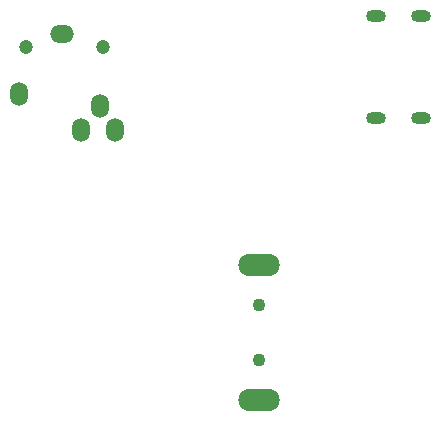
<source format=gbr>
%TF.GenerationSoftware,KiCad,Pcbnew,8.0.4*%
%TF.CreationDate,2024-08-12T23:01:29-04:00*%
%TF.ProjectId,SAMD21_MIDI_SPEAKER,53414d44-3231-45f4-9d49-44495f535045,rev?*%
%TF.SameCoordinates,Original*%
%TF.FileFunction,Soldermask,Bot*%
%TF.FilePolarity,Negative*%
%FSLAX46Y46*%
G04 Gerber Fmt 4.6, Leading zero omitted, Abs format (unit mm)*
G04 Created by KiCad (PCBNEW 8.0.4) date 2024-08-12 23:01:29*
%MOMM*%
%LPD*%
G01*
G04 APERTURE LIST*
%ADD10O,1.700000X1.000000*%
%ADD11C,1.200000*%
%ADD12O,2.000000X1.500000*%
%ADD13O,1.500000X2.000000*%
%ADD14O,3.500000X1.900000*%
%ADD15C,1.100000*%
G04 APERTURE END LIST*
D10*
%TO.C,P1*%
X191500000Y-59820000D03*
X195300000Y-59820000D03*
X191500000Y-51180000D03*
X195300000Y-51180000D03*
%TD*%
D11*
%TO.C,J2*%
X168400000Y-53850000D03*
X161900000Y-53850000D03*
D12*
X164900000Y-52750000D03*
D13*
X166500000Y-60850000D03*
X161300000Y-57850000D03*
X168100000Y-58850000D03*
X169400000Y-60850000D03*
%TD*%
D14*
%TO.C,J1*%
X181600000Y-83700000D03*
X181600000Y-72300000D03*
D15*
X181600000Y-80300000D03*
X181600000Y-75700000D03*
%TD*%
M02*

</source>
